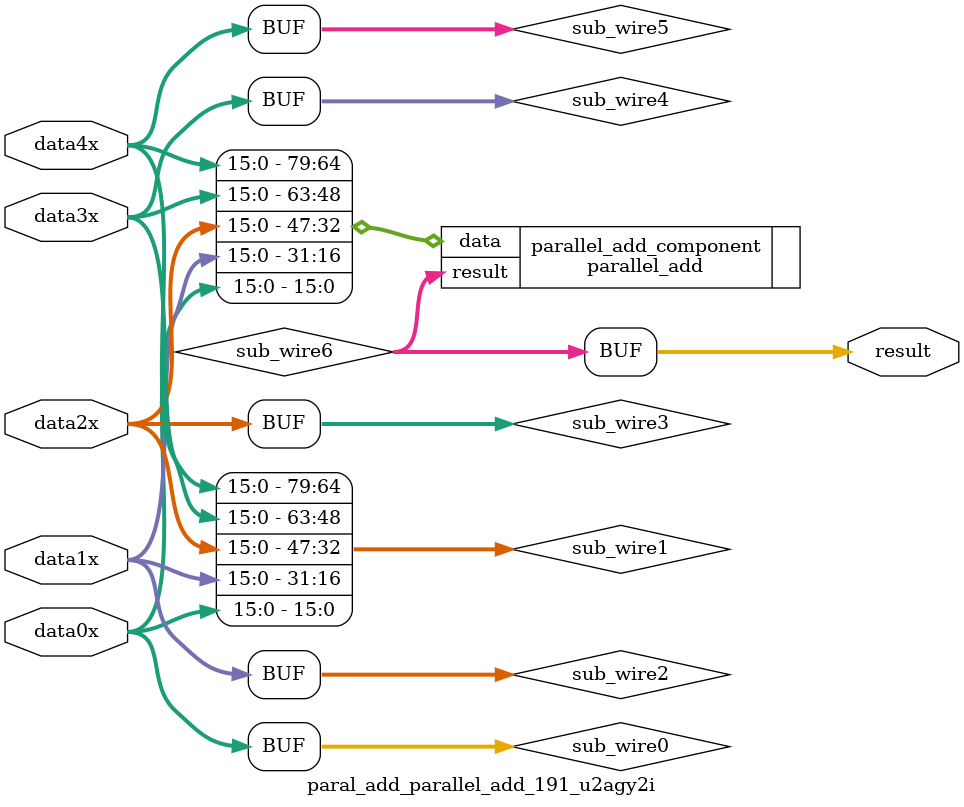
<source format=v>



`timescale 1 ps / 1 ps
// synopsys translate_on
module  paral_add_parallel_add_191_u2agy2i  (
	data0x,
	data1x,
	data2x,
	data3x,
	data4x,
	result);

	input	[15:0]  data0x;
	input	[15:0]  data1x;
	input	[15:0]  data2x;
	input	[15:0]  data3x;
	input	[15:0]  data4x;
	output	[18:0]  result;

	wire [18:0] sub_wire6;
	wire [15:0] sub_wire5 = data4x[15:0];
	wire [15:0] sub_wire4 = data3x[15:0];
	wire [15:0] sub_wire3 = data2x[15:0];
	wire [15:0] sub_wire2 = data1x[15:0];
	wire [15:0] sub_wire0 = data0x[15:0];
	wire [79:0] sub_wire1 = {sub_wire5, sub_wire4, sub_wire3, sub_wire2, sub_wire0};
	wire [18:0] result = sub_wire6[18:0];

	parallel_add	parallel_add_component (
				.data (sub_wire1),
				.result (sub_wire6)
				// synopsys translate_off
				,
				.aclr (),
				.clken (),
				.clock ()
				// synopsys translate_on
				);
	defparam
		parallel_add_component.msw_subtract = "NO",
		parallel_add_component.pipeline = 0,
		parallel_add_component.representation = "SIGNED",
		parallel_add_component.result_alignment = "LSB",
		parallel_add_component.shift = 0,
		parallel_add_component.size = 5,
		parallel_add_component.width = 16,
		parallel_add_component.widthr = 19;


endmodule



</source>
